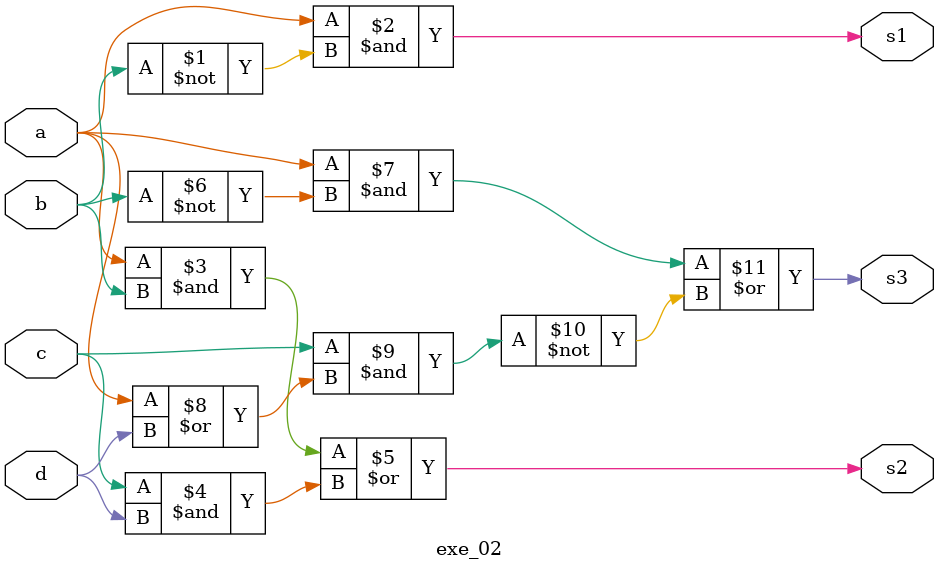
<source format=sv>
/**
*Codigo teste de modulo Aula2
*
*Autor: Víctor Vinicius Welter
*
*Data: Agosto de 2022
*
*Especificacao:
Desenvolva um projeto exe_2.sv que implemente as seguintes expressões (veremos os
operadores próxima aula):

● assign s1 = a & ~b;
● assign s2 = a & b | c & d;
● assign s3 = a & ~b | ~(c & (a | d));

1) Implemente o módulo em SystemVerilog. Lembre de definir as entradas e saídas s1,
s2, s3, a, b, c, d.
2) Compile no Questa como vimos na última aula
*/

module exe_02
(
    input logic a,
    input logic b,
    input logic c,
    input logic d,

    output logic s1,
    output logic s2,
    output logic s3
);

    assign s1 = a & ~b;
    assign s2 = a & b | c & d;
    assign s3 = a & ~b | ~(c & (a | d));

endmodule
</source>
